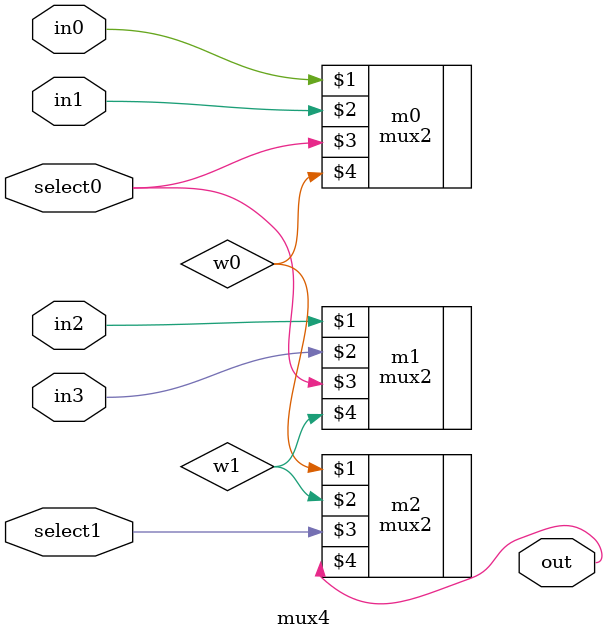
<source format=v>
module mux4(input in3, in2, in1, in0, select0, select1, output out);
wire w0, w1;
mux2 m0(in0, in1, select0, w0);
mux2 m1(in2, in3, select0, w1);
mux2 m2(w0, w1, select1, out);
endmodule
</source>
